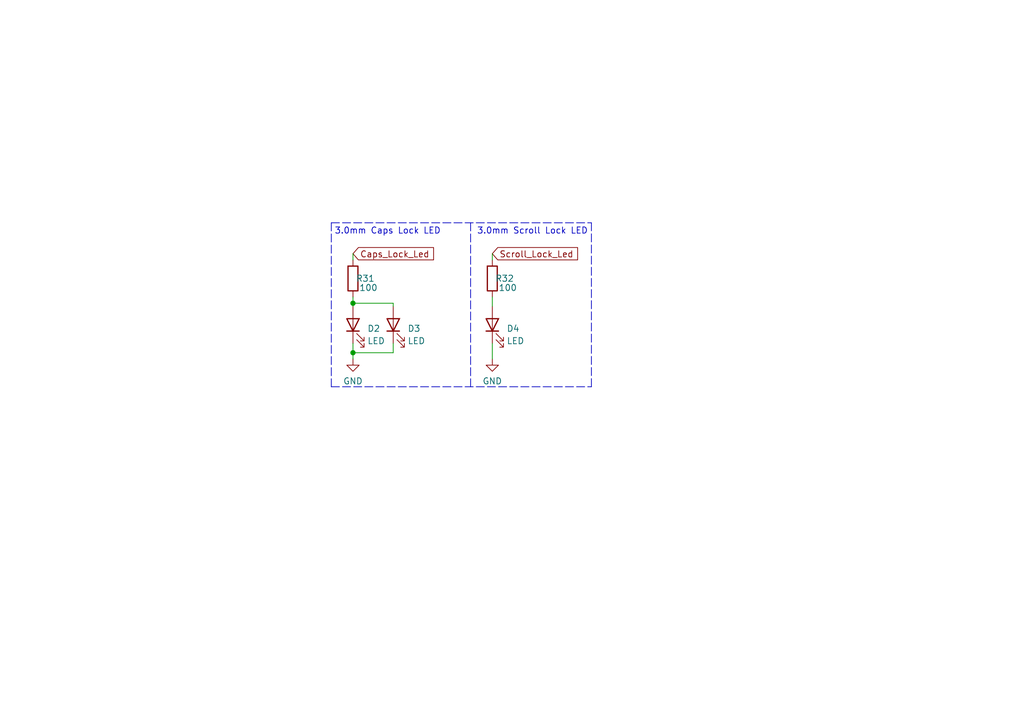
<source format=kicad_sch>
(kicad_sch (version 20211123) (generator eeschema)
  (paper "A5")
  (title_block (date "2022-12-13") (rev "1.1") (company "Cipulot PCB Design ") (comment 1 "MIT License") (comment 2 "Cipulot"))
  (lib_symbols
    (symbol "Device:LED" (pin_numbers hide) (pin_names (offset 1.016) hide)
      (property "Reference" "D" (at 0 2.54 0))
      (property "Value" "LED" (at 0 -2.54 0))
      (symbol "LED_0_1"
        (polyline (pts (xy -1.27 -1.27) (xy -1.27 1.27)) (stroke (width 0.254)))
        (polyline (pts (xy -1.27 0) (xy 1.27 0)))
        (polyline (pts (xy 1.27 -1.27) (xy 1.27 1.27) (xy -1.27 0) (xy 1.27 -1.27)) (stroke (width 0.254)))
        (polyline (pts (xy -3.048 -0.762) (xy -4.572 -2.286) (xy -3.81 -2.286) (xy -4.572 -2.286) (xy -4.572 -1.524)))
        (polyline (pts (xy -1.778 -0.762) (xy -3.302 -2.286) (xy -2.54 -2.286) (xy -3.302 -2.286) (xy -3.302 -1.524)))
      )
      (symbol "LED_1_1"
        (pin passive line (at -3.81 0 0) (length 2.54) (name "K") (number "1"))
        (pin passive line (at 3.81 0 180) (length 2.54) (name "A") (number "2"))
      )
    )
    (symbol "Device:R" (pin_numbers hide) (pin_names (offset 0))
      (property "Reference" "R" (at 2.032 0 90))
      (property "Value" "R" (at 0 0 90))
      (symbol "R_0_1"
        (rectangle (start -1.016 -2.54) (end 1.016 2.54) (stroke (width 0.254)))
      )
      (symbol "R_1_1"
        (pin passive line (at 0 3.81 270) (length 1.27) (name "~") (number "1"))
        (pin passive line (at 0 -3.81 90) (length 1.27) (name "~") (number "2"))
      )
    )
    (symbol "power:GND" (power) (pin_names (offset 0))
      (property "Value" "GND" (at 0 -3.81 0))
      (symbol "GND_0_1"
        (polyline (pts (xy 0 0) (xy 0 -1.27) (xy 1.27 -1.27) (xy 0 -2.54) (xy -1.27 -1.27) (xy 0 -1.27)))
      )
      (symbol "GND_1_1"
        (pin power_in line (at 0 0 270) (length 0) hide (name "GND") (number "1"))
      )
    )
  )
  (junction (at 72.39 62.23))
  (junction (at 72.39 72.39))
  (polyline (pts (xy 67.945 79.375) (xy 121.285 79.375)))
  (wire (pts (xy 72.39 62.23) (xy 72.39 62.865)))
  (wire (pts (xy 72.39 52.07) (xy 72.39 53.34)))
  (wire (pts (xy 80.645 72.39) (xy 80.645 70.485)))
  (polyline (pts (xy 96.52 45.72) (xy 96.52 79.375)))
  (polyline (pts (xy 67.945 45.72) (xy 67.945 79.375)))
  (wire (pts (xy 72.39 60.96) (xy 72.39 62.23)))
  (wire (pts (xy 100.965 60.96) (xy 100.965 62.865)))
  (wire (pts (xy 72.39 70.485) (xy 72.39 72.39)))
  (wire (pts (xy 100.965 52.07) (xy 100.965 53.34)))
  (wire (pts (xy 100.965 70.485) (xy 100.965 73.66)))
  (wire (pts (xy 80.645 62.23) (xy 80.645 62.865)))
  (polyline (pts (xy 121.285 79.375) (xy 121.285 45.72)))
  (wire (pts (xy 72.39 72.39) (xy 72.39 73.66)))
  (wire (pts (xy 72.39 72.39) (xy 80.645 72.39)))
  (wire (pts (xy 72.39 62.23) (xy 80.645 62.23)))
  (polyline (pts (xy 67.945 45.72) (xy 121.285 45.72)))
  (text "3.0mm Scroll Lock LED" (at 97.79 48.26 0) (effects (font (size 1.27 1.27)) (justify left bottom)))
  (text "3.0mm Caps Lock LED" (at 68.58 48.26 0) (effects (font (size 1.27 1.27)) (justify left bottom)))
  (global_label "Scroll_Lock_Led" (shape input) (at 100.965 52.07 0) (property "Intersheet References" "${INTERSHEET_REFS}" (effects hide)))
  (global_label "Caps_Lock_Led" (shape input) (at 72.39 52.07 0) (property "Intersheet References" "${INTERSHEET_REFS}" (effects hide)))
  (symbol (lib_id "Device:R") (at 100.965 57.15 180) (unit 1)
    (property "Reference" "R32" (at 103.505 57.15 0))
    (property "Value" "100" (at 104.14 59.055 0))
    (property "Footprint" "Resistor_SMD:R_0402_1005Metric" (effects hide))
    (property "LCSC" "C25076" (effects hide))
  )
  (symbol (lib_id "Device:LED") (at 80.645 66.675 90) (unit 1)
    (property "Reference" "D3" (at 83.566 67.4278 90) (effects (justify right)))
    (property "Value" "LED" (at 83.566 69.9647 90) (effects (justify right)))
    (property "Footprint" "LED_THT:LED_D3.0mm" (effects hide))
  )
  (symbol (lib_id "power:GND") (at 100.965 73.66 0) (unit 1)
    (property "Reference" "#PWR069" (effects hide))
    (property "Value" "GND" (at 100.965 78.2225 0))
  )
  (symbol (lib_id "Device:LED") (at 72.39 66.675 90) (unit 1)
    (property "Reference" "D2" (at 75.311 67.4278 90) (effects (justify right)))
    (property "Value" "LED" (at 75.311 69.9647 90) (effects (justify right)))
    (property "Footprint" "LED_THT:LED_D3.0mm" (effects hide))
  )
  (symbol (lib_id "power:GND") (at 72.39 73.66 0) (unit 1)
    (property "Reference" "#PWR068" (effects hide))
    (property "Value" "GND" (at 72.39 78.2225 0))
  )
  (symbol (lib_id "Device:R") (at 72.39 57.15 180) (unit 1)
    (property "Reference" "R31" (at 74.93 57.15 0))
    (property "Value" "100" (at 75.565 59.055 0))
    (property "Footprint" "Resistor_SMD:R_0402_1005Metric" (effects hide))
    (property "LCSC" "C25076" (effects hide))
  )
  (symbol (lib_id "Device:LED") (at 100.965 66.675 90) (unit 1)
    (property "Reference" "D4" (at 103.886 67.4278 90) (effects (justify right)))
    (property "Value" "LED" (at 103.886 69.9647 90) (effects (justify right)))
    (property "Footprint" "LED_THT:LED_D3.0mm" (effects hide))
  )
)
</source>
